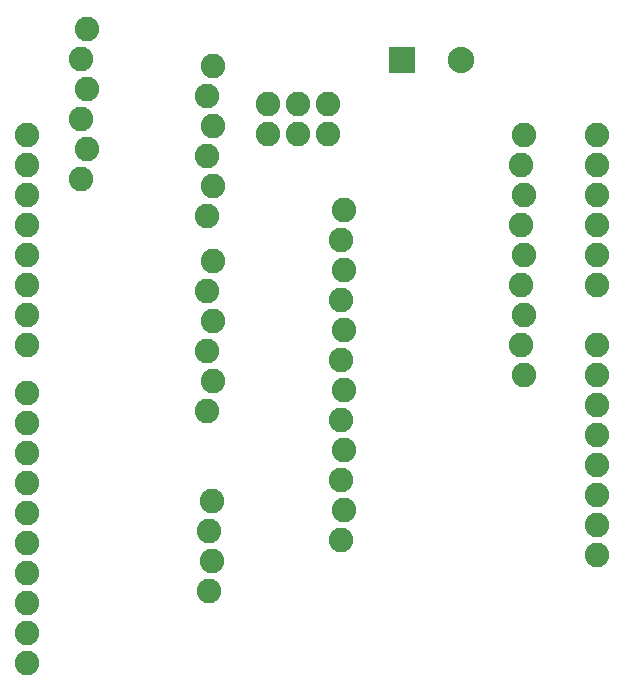
<source format=gbr>
G04 EAGLE Gerber RS-274X export*
G75*
%MOMM*%
%FSLAX34Y34*%
%LPD*%
%INSoldermask Bottom*%
%IPPOS*%
%AMOC8*
5,1,8,0,0,1.08239X$1,22.5*%
G01*
%ADD10C,2.082800*%
%ADD11R,2.235200X2.235200*%
%ADD12C,2.235200*%


D10*
X508000Y241300D03*
X508000Y266700D03*
X508000Y292100D03*
X508000Y317500D03*
X508000Y342900D03*
X508000Y368300D03*
X508000Y419100D03*
X508000Y444500D03*
X508000Y469900D03*
X508000Y495300D03*
X508000Y520700D03*
X508000Y546100D03*
X25400Y546100D03*
X25400Y520700D03*
X25400Y495300D03*
X25400Y469900D03*
X25400Y444500D03*
X25400Y419100D03*
X25400Y393700D03*
X25400Y368300D03*
X25400Y327660D03*
X25400Y302260D03*
X25400Y276860D03*
X25400Y251460D03*
X25400Y226060D03*
X25400Y200660D03*
X25400Y175260D03*
X25400Y149860D03*
X25400Y124460D03*
X25400Y99060D03*
X508000Y215900D03*
X508000Y190500D03*
X229100Y547500D03*
X229100Y572900D03*
X254500Y547500D03*
X279900Y547500D03*
X254500Y572900D03*
X279900Y572900D03*
X445770Y546100D03*
X443230Y520700D03*
X445770Y495300D03*
X443230Y469900D03*
X445770Y444500D03*
X443230Y419100D03*
X445770Y393700D03*
X443230Y368300D03*
X445770Y342900D03*
X293370Y482600D03*
X290830Y457200D03*
X293370Y431800D03*
X290830Y406400D03*
X293370Y381000D03*
X290830Y355600D03*
X293370Y330200D03*
X290830Y304800D03*
X293370Y279400D03*
X290830Y254000D03*
X293370Y228600D03*
X290830Y203200D03*
X76200Y636270D03*
X71120Y610870D03*
X76200Y585470D03*
X71120Y560070D03*
X76200Y534670D03*
X71120Y509270D03*
X177800Y477520D03*
X182880Y502920D03*
X177800Y528320D03*
X182880Y553720D03*
X177800Y579120D03*
X182880Y604520D03*
X177800Y312420D03*
X182880Y337820D03*
X177800Y363220D03*
X182880Y388620D03*
X177800Y414020D03*
X182880Y439420D03*
D11*
X342900Y609600D03*
D12*
X392900Y609600D03*
D10*
X181610Y236220D03*
X179070Y210820D03*
X181610Y185420D03*
X179070Y160020D03*
M02*

</source>
